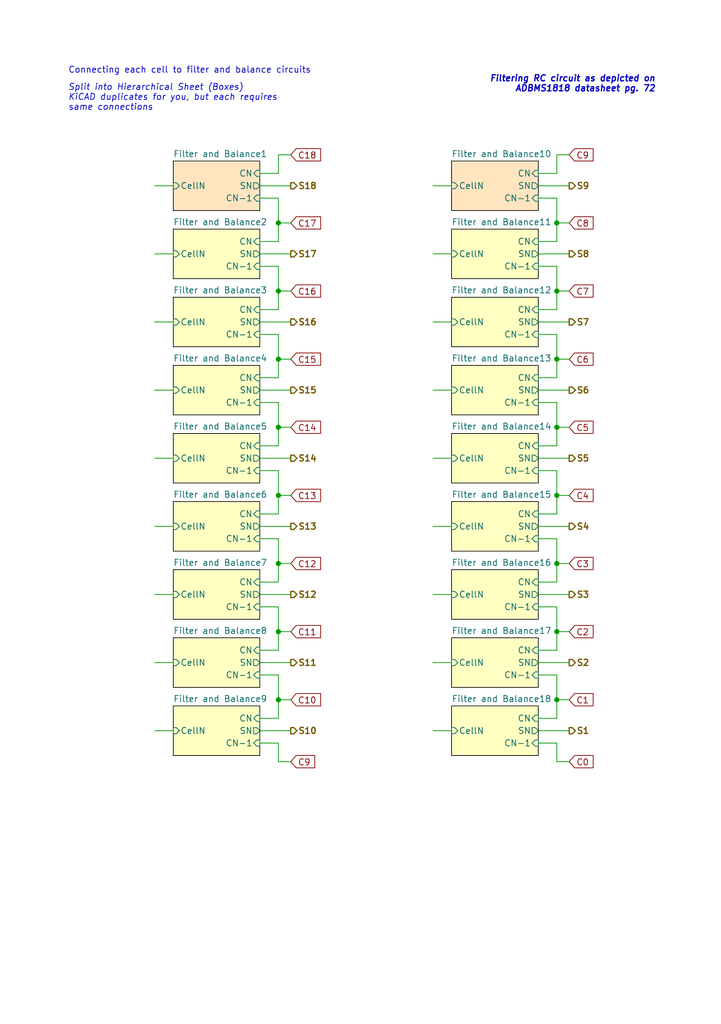
<source format=kicad_sch>
(kicad_sch (version 20211123) (generator eeschema)
  (paper "A5" portrait)
  (lib_symbols)
  (junction (at 57.15 115.57))
  (junction (at 114.3 87.63))
  (junction (at 114.3 73.66))
  (junction (at 114.3 45.72))
  (junction (at 57.15 87.63))
  (junction (at 57.15 101.6))
  (junction (at 114.3 115.57))
  (junction (at 57.15 129.54))
  (junction (at 57.15 45.72))
  (junction (at 114.3 101.6))
  (junction (at 57.15 143.51))
  (junction (at 114.3 59.69))
  (junction (at 57.15 73.66))
  (junction (at 57.15 59.69))
  (junction (at 114.3 129.54))
  (junction (at 114.3 143.51))
  (wire (pts (xy 92.71 135.89) (xy 88.9 135.89)))
  (wire (pts (xy 53.34 68.58) (xy 57.15 68.58)))
  (wire (pts (xy 110.49 149.86) (xy 116.84 149.86)))
  (wire (pts (xy 57.15 40.64) (xy 53.34 40.64)))
  (wire (pts (xy 57.15 105.41) (xy 53.34 105.41)))
  (wire (pts (xy 92.71 38.1) (xy 88.9 38.1)))
  (wire (pts (xy 57.15 110.49) (xy 57.15 115.57)))
  (wire (pts (xy 57.15 129.54) (xy 59.69 129.54)))
  (wire (pts (xy 110.49 52.07) (xy 116.84 52.07)))
  (wire (pts (xy 35.56 107.95) (xy 31.75 107.95)))
  (wire (pts (xy 114.3 54.61) (xy 114.3 59.69)))
  (wire (pts (xy 35.56 38.1) (xy 31.75 38.1)))
  (wire (pts (xy 114.3 115.57) (xy 116.84 115.57)))
  (wire (pts (xy 57.15 59.69) (xy 57.15 54.61)))
  (wire (pts (xy 57.15 124.46) (xy 57.15 129.54)))
  (wire (pts (xy 114.3 101.6) (xy 114.3 105.41)))
  (wire (pts (xy 92.71 52.07) (xy 88.9 52.07)))
  (wire (pts (xy 110.49 68.58) (xy 114.3 68.58)))
  (wire (pts (xy 57.15 147.32) (xy 53.34 147.32)))
  (wire (pts (xy 110.49 80.01) (xy 116.84 80.01)))
  (wire (pts (xy 53.34 80.01) (xy 59.69 80.01)))
  (wire (pts (xy 57.15 119.38) (xy 53.34 119.38)))
  (wire (pts (xy 114.3 138.43) (xy 114.3 143.51)))
  (wire (pts (xy 53.34 110.49) (xy 57.15 110.49)))
  (wire (pts (xy 114.3 68.58) (xy 114.3 73.66)))
  (wire (pts (xy 57.15 91.44) (xy 57.15 87.63)))
  (wire (pts (xy 110.49 82.55) (xy 114.3 82.55)))
  (wire (pts (xy 53.34 63.5) (xy 57.15 63.5)))
  (wire (pts (xy 92.71 107.95) (xy 88.9 107.95)))
  (wire (pts (xy 57.15 73.66) (xy 57.15 77.47)))
  (wire (pts (xy 57.15 45.72) (xy 57.15 49.53)))
  (wire (pts (xy 114.3 91.44) (xy 110.49 91.44)))
  (wire (pts (xy 110.49 119.38) (xy 114.3 119.38)))
  (wire (pts (xy 53.34 135.89) (xy 59.69 135.89)))
  (wire (pts (xy 114.3 31.75) (xy 116.84 31.75)))
  (wire (pts (xy 110.49 66.04) (xy 116.84 66.04)))
  (wire (pts (xy 57.15 45.72) (xy 59.69 45.72)))
  (wire (pts (xy 114.3 77.47) (xy 110.49 77.47)))
  (wire (pts (xy 35.56 80.01) (xy 31.75 80.01)))
  (wire (pts (xy 110.49 121.92) (xy 116.84 121.92)))
  (wire (pts (xy 110.49 124.46) (xy 114.3 124.46)))
  (wire (pts (xy 114.3 143.51) (xy 116.84 143.51)))
  (wire (pts (xy 92.71 121.92) (xy 88.9 121.92)))
  (wire (pts (xy 53.34 38.1) (xy 59.69 38.1)))
  (wire (pts (xy 57.15 68.58) (xy 57.15 73.66)))
  (wire (pts (xy 114.3 63.5) (xy 110.49 63.5)))
  (wire (pts (xy 53.34 66.04) (xy 59.69 66.04)))
  (wire (pts (xy 114.3 110.49) (xy 110.49 110.49)))
  (wire (pts (xy 92.71 66.04) (xy 88.9 66.04)))
  (wire (pts (xy 114.3 124.46) (xy 114.3 129.54)))
  (wire (pts (xy 53.34 49.53) (xy 57.15 49.53)))
  (wire (pts (xy 114.3 152.4) (xy 114.3 156.21)))
  (wire (pts (xy 110.49 54.61) (xy 114.3 54.61)))
  (wire (pts (xy 53.34 107.95) (xy 59.69 107.95)))
  (wire (pts (xy 35.56 135.89) (xy 31.75 135.89)))
  (wire (pts (xy 59.69 31.75) (xy 57.15 31.75)))
  (wire (pts (xy 114.3 96.52) (xy 114.3 101.6)))
  (wire (pts (xy 114.3 143.51) (xy 114.3 147.32)))
  (wire (pts (xy 114.3 73.66) (xy 116.84 73.66)))
  (wire (pts (xy 57.15 82.55) (xy 53.34 82.55)))
  (wire (pts (xy 114.3 119.38) (xy 114.3 115.57)))
  (wire (pts (xy 57.15 63.5) (xy 57.15 59.69)))
  (wire (pts (xy 114.3 31.75) (xy 114.3 35.56)))
  (wire (pts (xy 110.49 138.43) (xy 114.3 138.43)))
  (wire (pts (xy 53.34 93.98) (xy 59.69 93.98)))
  (wire (pts (xy 35.56 121.92) (xy 31.75 121.92)))
  (wire (pts (xy 114.3 129.54) (xy 114.3 133.35)))
  (wire (pts (xy 110.49 96.52) (xy 114.3 96.52)))
  (wire (pts (xy 57.15 45.72) (xy 57.15 40.64)))
  (wire (pts (xy 53.34 91.44) (xy 57.15 91.44)))
  (wire (pts (xy 57.15 115.57) (xy 59.69 115.57)))
  (wire (pts (xy 114.3 59.69) (xy 114.3 63.5)))
  (wire (pts (xy 110.49 40.64) (xy 114.3 40.64)))
  (wire (pts (xy 114.3 59.69) (xy 116.84 59.69)))
  (wire (pts (xy 57.15 77.47) (xy 53.34 77.47)))
  (wire (pts (xy 114.3 49.53) (xy 110.49 49.53)))
  (wire (pts (xy 110.49 152.4) (xy 114.3 152.4)))
  (wire (pts (xy 114.3 133.35) (xy 110.49 133.35)))
  (wire (pts (xy 114.3 82.55) (xy 114.3 87.63)))
  (wire (pts (xy 57.15 73.66) (xy 59.69 73.66)))
  (wire (pts (xy 35.56 149.86) (xy 31.75 149.86)))
  (wire (pts (xy 92.71 149.86) (xy 88.9 149.86)))
  (wire (pts (xy 114.3 40.64) (xy 114.3 45.72)))
  (wire (pts (xy 53.34 138.43) (xy 57.15 138.43)))
  (wire (pts (xy 57.15 35.56) (xy 53.34 35.56)))
  (wire (pts (xy 114.3 73.66) (xy 114.3 77.47)))
  (wire (pts (xy 53.34 52.07) (xy 59.69 52.07)))
  (wire (pts (xy 114.3 45.72) (xy 116.84 45.72)))
  (wire (pts (xy 110.49 93.98) (xy 116.84 93.98)))
  (wire (pts (xy 35.56 93.98) (xy 31.75 93.98)))
  (wire (pts (xy 57.15 54.61) (xy 53.34 54.61)))
  (wire (pts (xy 57.15 96.52) (xy 57.15 101.6)))
  (wire (pts (xy 53.34 149.86) (xy 59.69 149.86)))
  (wire (pts (xy 57.15 138.43) (xy 57.15 143.51)))
  (wire (pts (xy 114.3 115.57) (xy 114.3 110.49)))
  (wire (pts (xy 53.34 152.4) (xy 57.15 152.4)))
  (wire (pts (xy 57.15 115.57) (xy 57.15 119.38)))
  (wire (pts (xy 114.3 129.54) (xy 116.84 129.54)))
  (wire (pts (xy 110.49 35.56) (xy 114.3 35.56)))
  (wire (pts (xy 53.34 124.46) (xy 57.15 124.46)))
  (wire (pts (xy 114.3 156.21) (xy 116.84 156.21)))
  (wire (pts (xy 53.34 96.52) (xy 57.15 96.52)))
  (wire (pts (xy 114.3 147.32) (xy 110.49 147.32)))
  (wire (pts (xy 114.3 105.41) (xy 110.49 105.41)))
  (wire (pts (xy 35.56 66.04) (xy 31.75 66.04)))
  (wire (pts (xy 57.15 129.54) (xy 57.15 133.35)))
  (wire (pts (xy 92.71 93.98) (xy 88.9 93.98)))
  (wire (pts (xy 114.3 87.63) (xy 116.84 87.63)))
  (wire (pts (xy 57.15 101.6) (xy 59.69 101.6)))
  (wire (pts (xy 57.15 87.63) (xy 59.69 87.63)))
  (wire (pts (xy 110.49 107.95) (xy 116.84 107.95)))
  (wire (pts (xy 114.3 45.72) (xy 114.3 49.53)))
  (wire (pts (xy 57.15 31.75) (xy 57.15 35.56)))
  (wire (pts (xy 57.15 101.6) (xy 57.15 105.41)))
  (wire (pts (xy 57.15 59.69) (xy 59.69 59.69)))
  (wire (pts (xy 57.15 143.51) (xy 57.15 147.32)))
  (wire (pts (xy 110.49 135.89) (xy 116.84 135.89)))
  (wire (pts (xy 114.3 87.63) (xy 114.3 91.44)))
  (wire (pts (xy 35.56 52.07) (xy 31.75 52.07)))
  (wire (pts (xy 53.34 121.92) (xy 59.69 121.92)))
  (wire (pts (xy 57.15 152.4) (xy 57.15 156.21)))
  (wire (pts (xy 114.3 101.6) (xy 116.84 101.6)))
  (wire (pts (xy 57.15 143.51) (xy 59.69 143.51)))
  (wire (pts (xy 57.15 133.35) (xy 53.34 133.35)))
  (wire (pts (xy 57.15 87.63) (xy 57.15 82.55)))
  (wire (pts (xy 57.15 156.21) (xy 59.69 156.21)))
  (wire (pts (xy 92.71 80.01) (xy 88.9 80.01)))
  (wire (pts (xy 110.49 38.1) (xy 116.84 38.1)))
  (text "Connecting each cell to filter and balance circuits" (at 13.97 15.24 0) (effects (font (size 1.27 1.27)) (justify left bottom)))
  (text "Filtering RC circuit as depicted on\nADBMS1818 datasheet pg. 72" (at 134.62 19.05 0) (effects (font (size 1.27 1.27) (thickness 0.254) bold italic) (justify right bottom)))
  (text "Split into Hierarchical Sheet (Boxes)\nKiCAD duplicates for you, but each requires\nsame connections" (at 13.97 22.86 0) (effects (font (size 1.27 1.27) italic) (justify left bottom)))
  (global_label "C17" (shape input) (at 59.69 45.72 0) (property "Intersheet References" "${INTERSHEET_REFS}" (effects hide)))
  (global_label "C3" (shape input) (at 116.84 115.57 0) (property "Intersheet References" "${INTERSHEET_REFS}" (effects hide)))
  (global_label "C15" (shape input) (at 59.69 73.66 0) (property "Intersheet References" "${INTERSHEET_REFS}" (effects hide)))
  (global_label "C0" (shape input) (at 116.84 156.21 0) (property "Intersheet References" "${INTERSHEET_REFS}" (effects hide)))
  (global_label "C12" (shape input) (at 59.69 115.57 0) (property "Intersheet References" "${INTERSHEET_REFS}" (effects hide)))
  (global_label "C6" (shape input) (at 116.84 73.66 0) (property "Intersheet References" "${INTERSHEET_REFS}" (effects hide)))
  (global_label "C9" (shape input) (at 59.69 156.21 0) (property "Intersheet References" "${INTERSHEET_REFS}" (effects hide)))
  (global_label "C7" (shape input) (at 116.84 59.69 0) (property "Intersheet References" "${INTERSHEET_REFS}" (effects hide)))
  (global_label "C8" (shape input) (at 116.84 45.72 0) (property "Intersheet References" "${INTERSHEET_REFS}" (effects hide)))
  (global_label "C14" (shape input) (at 59.69 87.63 0) (property "Intersheet References" "${INTERSHEET_REFS}" (effects hide)))
  (global_label "C1" (shape input) (at 116.84 143.51 0) (property "Intersheet References" "${INTERSHEET_REFS}" (effects hide)))
  (global_label "C13" (shape input) (at 59.69 101.6 0) (property "Intersheet References" "${INTERSHEET_REFS}" (effects hide)))
  (global_label "C9" (shape input) (at 116.84 31.75 0) (property "Intersheet References" "${INTERSHEET_REFS}" (effects hide)))
  (global_label "C18" (shape input) (at 59.69 31.75 0) (property "Intersheet References" "${INTERSHEET_REFS}" (effects hide)))
  (global_label "C5" (shape input) (at 116.84 87.63 0) (property "Intersheet References" "${INTERSHEET_REFS}" (effects hide)))
  (global_label "C16" (shape input) (at 59.69 59.69 0) (property "Intersheet References" "${INTERSHEET_REFS}" (effects hide)))
  (global_label "C2" (shape input) (at 116.84 129.54 0) (property "Intersheet References" "${INTERSHEET_REFS}" (effects hide)))
  (global_label "C4" (shape input) (at 116.84 101.6 0) (property "Intersheet References" "${INTERSHEET_REFS}" (effects hide)))
  (global_label "C10" (shape input) (at 59.69 143.51 0) (property "Intersheet References" "${INTERSHEET_REFS}" (effects hide)))
  (global_label "C11" (shape input) (at 59.69 129.54 0) (property "Intersheet References" "${INTERSHEET_REFS}" (effects hide)))
  (hierarchical_label "S18" (shape output) (at 59.69 38.1 0) (effects (font bold)))
  (hierarchical_label "S9" (shape output) (at 116.84 38.1 0) (effects (font bold)))
  (hierarchical_label "S6" (shape output) (at 116.84 80.01 0) (effects (font bold)))
  (hierarchical_label "S15" (shape output) (at 59.69 80.01 0) (effects (font bold)))
  (hierarchical_label "S8" (shape output) (at 116.84 52.07 0) (effects (font bold)))
  (hierarchical_label "S13" (shape output) (at 59.69 107.95 0) (effects (font bold)))
  (hierarchical_label "S5" (shape output) (at 116.84 93.98 0) (effects (font bold)))
  (hierarchical_label "S10" (shape output) (at 59.69 149.86 0) (effects (font bold)))
  (hierarchical_label "S7" (shape output) (at 116.84 66.04 0) (effects (font bold)))
  (hierarchical_label "S1" (shape output) (at 116.84 149.86 0) (effects (font bold)))
  (hierarchical_label "S11" (shape output) (at 59.69 135.89 0) (effects (font bold)))
  (hierarchical_label "S4" (shape output) (at 116.84 107.95 0) (effects (font bold)))
  (hierarchical_label "S3" (shape output) (at 116.84 121.92 0) (effects (font bold)))
  (hierarchical_label "S12" (shape output) (at 59.69 121.92 0) (effects (font bold)))
  (hierarchical_label "S2" (shape output) (at 116.84 135.89 0) (effects (font bold)))
  (hierarchical_label "S14" (shape output) (at 59.69 93.98 0) (effects (font bold)))
  (hierarchical_label "S17" (shape output) (at 59.69 52.07 0) (effects (font bold)))
  (hierarchical_label "S16" (shape output) (at 59.69 66.04 0) (effects (font bold)))
  (sheet (at 92.71 60.96) (size 17.78 10.16) (stroke (width 0.1524) (color 0 0 0 1)) (fill (color 255 255 194 1.0000))
    (property "Sheet name" "Filter and Balance12" (at 92.71 60.2484 0) (effects (justify left bottom)))
    (property "Sheet file" "filter-balance.kicad_sch" (effects hide))
    (pin "CN-1" input (at 110.49 68.58 0))
    (pin "SN" output (at 110.49 66.04 0))
    (pin "CN" input (at 110.49 63.5 0))
    (pin "CellN" input (at 92.71 66.04 180))
  )
  (sheet (at 92.71 102.87) (size 17.78 10.16) (stroke (width 0.1524) (color 0 0 0 1)) (fill (color 255 255 194 1.0000))
    (property "Sheet name" "Filter and Balance15" (at 92.71 102.1584 0) (effects (justify left bottom)))
    (property "Sheet file" "filter-balance.kicad_sch" (effects hide))
    (pin "CN-1" input (at 110.49 110.49 0))
    (pin "SN" output (at 110.49 107.95 0))
    (pin "CN" input (at 110.49 105.41 0))
    (pin "CellN" input (at 92.71 107.95 180))
  )
  (sheet (at 92.71 33.02) (size 17.78 10.16) (stroke (width 0.1524) (color 0 0 0 1)) (fill (color 255 229 191 1.0000))
    (property "Sheet name" "Filter and Balance10" (at 92.71 32.3084 0) (effects (justify left bottom)))
    (property "Sheet file" "filter-balance.kicad_sch" (effects hide))
    (pin "CN-1" input (at 110.49 40.64 0))
    (pin "SN" output (at 110.49 38.1 0))
    (pin "CN" input (at 110.49 35.56 0))
    (pin "CellN" input (at 92.71 38.1 180))
  )
  (sheet (at 35.56 74.93) (size 17.78 10.16) (stroke (width 0.1524) (color 0 0 0 1)) (fill (color 255 255 194 1.0000))
    (property "Sheet name" "Filter and Balance4" (at 35.56 74.2184 0) (effects (justify left bottom)))
    (property "Sheet file" "filter-balance.kicad_sch" (effects hide))
    (pin "CN-1" input (at 53.34 82.55 0))
    (pin "SN" output (at 53.34 80.01 0))
    (pin "CN" input (at 53.34 77.47 0))
    (pin "CellN" input (at 35.56 80.01 180))
  )
  (sheet (at 35.56 130.81) (size 17.78 10.16) (stroke (width 0.1524) (color 0 0 0 1)) (fill (color 255 255 194 1.0000))
    (property "Sheet name" "Filter and Balance8" (at 35.56 130.0984 0) (effects (justify left bottom)))
    (property "Sheet file" "filter-balance.kicad_sch" (effects hide))
    (pin "CN-1" input (at 53.34 138.43 0))
    (pin "SN" output (at 53.34 135.89 0))
    (pin "CN" input (at 53.34 133.35 0))
    (pin "CellN" input (at 35.56 135.89 180))
  )
  (sheet (at 92.71 116.84) (size 17.78 10.16) (stroke (width 0.1524) (color 0 0 0 1)) (fill (color 255 255 194 1.0000))
    (property "Sheet name" "Filter and Balance16" (at 92.71 116.1284 0) (effects (justify left bottom)))
    (property "Sheet file" "filter-balance.kicad_sch" (effects hide))
    (pin "CN-1" input (at 110.49 124.46 0))
    (pin "SN" output (at 110.49 121.92 0))
    (pin "CN" input (at 110.49 119.38 0))
    (pin "CellN" input (at 92.71 121.92 180))
  )
  (sheet (at 35.56 46.99) (size 17.78 10.16) (stroke (width 0.1524) (color 0 0 0 1)) (fill (color 255 255 194 1.0000))
    (property "Sheet name" "Filter and Balance2" (at 35.56 46.2784 0) (effects (justify left bottom)))
    (property "Sheet file" "filter-balance.kicad_sch" (effects hide))
    (pin "CN-1" input (at 53.34 54.61 0))
    (pin "SN" output (at 53.34 52.07 0))
    (pin "CN" input (at 53.34 49.53 0))
    (pin "CellN" input (at 35.56 52.07 180))
  )
  (sheet (at 92.71 46.99) (size 17.78 10.16) (stroke (width 0.1524) (color 0 0 0 1)) (fill (color 255 255 194 1.0000))
    (property "Sheet name" "Filter and Balance11" (at 92.71 46.2784 0) (effects (justify left bottom)))
    (property "Sheet file" "filter-balance.kicad_sch" (effects hide))
    (pin "CN-1" input (at 110.49 54.61 0))
    (pin "SN" output (at 110.49 52.07 0))
    (pin "CN" input (at 110.49 49.53 0))
    (pin "CellN" input (at 92.71 52.07 180))
  )
  (sheet (at 92.71 74.93) (size 17.78 10.16) (stroke (width 0.1524) (color 0 0 0 1)) (fill (color 255 255 194 1.0000))
    (property "Sheet name" "Filter and Balance13" (at 92.71 74.2184 0) (effects (justify left bottom)))
    (property "Sheet file" "filter-balance.kicad_sch" (effects hide))
    (pin "CN-1" input (at 110.49 82.55 0))
    (pin "SN" output (at 110.49 80.01 0))
    (pin "CN" input (at 110.49 77.47 0))
    (pin "CellN" input (at 92.71 80.01 180))
  )
  (sheet (at 92.71 88.9) (size 17.78 10.16) (stroke (width 0.1524) (color 0 0 0 1)) (fill (color 255 255 194 1.0000))
    (property "Sheet name" "Filter and Balance14" (at 92.71 88.1884 0) (effects (justify left bottom)))
    (property "Sheet file" "filter-balance.kicad_sch" (effects hide))
    (pin "CN-1" input (at 110.49 96.52 0))
    (pin "SN" output (at 110.49 93.98 0))
    (pin "CN" input (at 110.49 91.44 0))
    (pin "CellN" input (at 92.71 93.98 180))
  )
  (sheet (at 35.56 144.78) (size 17.78 10.16) (stroke (width 0.1524) (color 0 0 0 1)) (fill (color 255 255 194 1.0000))
    (property "Sheet name" "Filter and Balance9" (at 35.56 144.0684 0) (effects (justify left bottom)))
    (property "Sheet file" "filter-balance.kicad_sch" (effects hide))
    (pin "CN-1" input (at 53.34 152.4 0))
    (pin "SN" output (at 53.34 149.86 0))
    (pin "CN" input (at 53.34 147.32 0))
    (pin "CellN" input (at 35.56 149.86 180))
  )
  (sheet (at 35.56 60.96) (size 17.78 10.16) (stroke (width 0.1524) (color 0 0 0 1)) (fill (color 255 255 194 1.0000))
    (property "Sheet name" "Filter and Balance3" (at 35.56 60.2484 0) (effects (justify left bottom)))
    (property "Sheet file" "filter-balance.kicad_sch" (effects hide))
    (pin "CN-1" input (at 53.34 68.58 0))
    (pin "SN" output (at 53.34 66.04 0))
    (pin "CN" input (at 53.34 63.5 0))
    (pin "CellN" input (at 35.56 66.04 180))
  )
  (sheet (at 35.56 88.9) (size 17.78 10.16) (stroke (width 0.1524) (color 0 0 0 1)) (fill (color 255 255 194 1.0000))
    (property "Sheet name" "Filter and Balance5" (at 35.56 88.1884 0) (effects (justify left bottom)))
    (property "Sheet file" "filter-balance.kicad_sch" (effects hide))
    (pin "CN-1" input (at 53.34 96.52 0))
    (pin "SN" output (at 53.34 93.98 0))
    (pin "CN" input (at 53.34 91.44 0))
    (pin "CellN" input (at 35.56 93.98 180))
  )
  (sheet (at 92.71 130.81) (size 17.78 10.16) (stroke (width 0.1524) (color 0 0 0 1)) (fill (color 255 255 194 1.0000))
    (property "Sheet name" "Filter and Balance17" (at 92.71 130.0984 0) (effects (justify left bottom)))
    (property "Sheet file" "filter-balance.kicad_sch" (effects hide))
    (pin "CN-1" input (at 110.49 138.43 0))
    (pin "SN" output (at 110.49 135.89 0))
    (pin "CN" input (at 110.49 133.35 0))
    (pin "CellN" input (at 92.71 135.89 180))
  )
  (sheet (at 35.56 33.02) (size 17.78 10.16) (stroke (width 0.1524) (color 0 0 0 1)) (fill (color 255 229 191 1.0000))
    (property "Sheet name" "Filter and Balance1" (at 35.56 32.3084 0) (effects (justify left bottom)))
    (property "Sheet file" "filter-balance.kicad_sch" (effects hide))
    (pin "CN-1" input (at 53.34 40.64 0))
    (pin "SN" output (at 53.34 38.1 0))
    (pin "CN" input (at 53.34 35.56 0))
    (pin "CellN" input (at 35.56 38.1 180))
  )
  (sheet (at 35.56 116.84) (size 17.78 10.16) (stroke (width 0.1524) (color 0 0 0 1)) (fill (color 255 255 194 1.0000))
    (property "Sheet name" "Filter and Balance7" (at 35.56 116.1284 0) (effects (justify left bottom)))
    (property "Sheet file" "filter-balance.kicad_sch" (effects hide))
    (pin "CN-1" input (at 53.34 124.46 0))
    (pin "SN" output (at 53.34 121.92 0))
    (pin "CN" input (at 53.34 119.38 0))
    (pin "CellN" input (at 35.56 121.92 180))
  )
  (sheet (at 35.56 102.87) (size 17.78 10.16) (stroke (width 0.1524) (color 0 0 0 1)) (fill (color 255 255 194 1.0000))
    (property "Sheet name" "Filter and Balance6" (at 35.56 102.1584 0) (effects (justify left bottom)))
    (property "Sheet file" "filter-balance.kicad_sch" (effects hide))
    (pin "CN-1" input (at 53.34 110.49 0))
    (pin "SN" output (at 53.34 107.95 0))
    (pin "CN" input (at 53.34 105.41 0))
    (pin "CellN" input (at 35.56 107.95 180))
  )
  (sheet (at 92.71 144.78) (size 17.78 10.16) (stroke (width 0.1524) (color 0 0 0 1)) (fill (color 255 255 194 1.0000))
    (property "Sheet name" "Filter and Balance18" (at 92.71 144.0684 0) (effects (justify left bottom)))
    (property "Sheet file" "filter-balance.kicad_sch" (effects hide))
    (pin "CN-1" input (at 110.49 152.4 0))
    (pin "SN" output (at 110.49 149.86 0))
    (pin "CN" input (at 110.49 147.32 0))
    (pin "CellN" input (at 92.71 149.86 180))
  )
)
</source>
